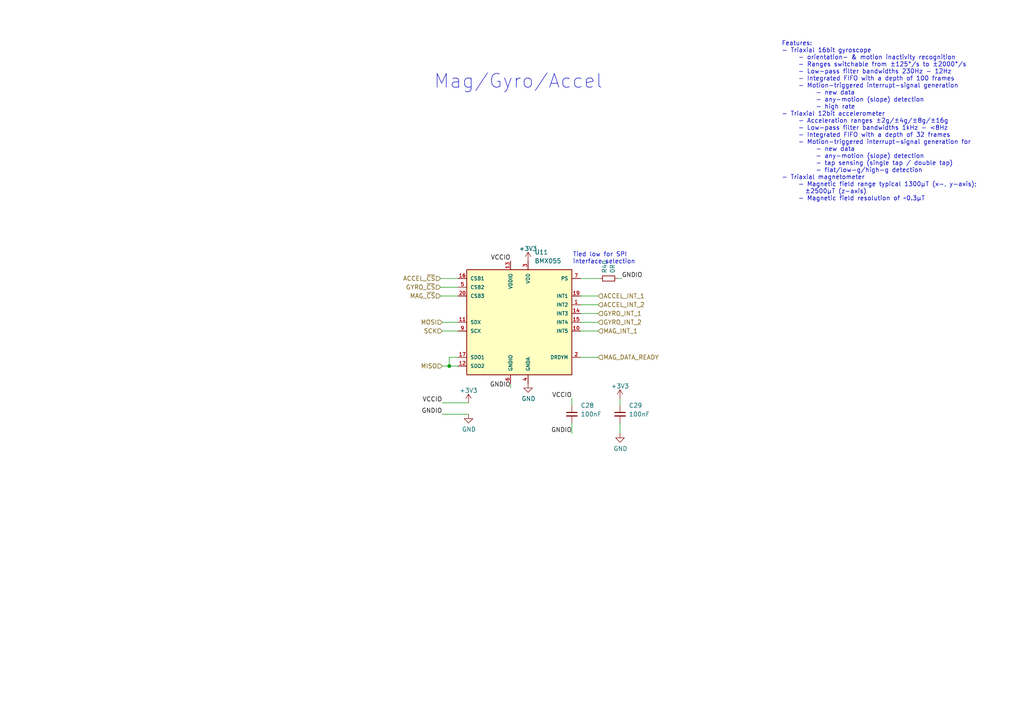
<source format=kicad_sch>
(kicad_sch (version 20211123) (generator eeschema)
  (paper "A4")
  (lib_symbols
    (symbol "BMX055:BMX055" (pin_names (offset 1.016))
      (property "Reference" "U" (at -15.24 17.78 0))
      (property "Value" "BMX055" (at -15.2654 -17.8054 0))
      (symbol "BMX055_0_0"
        (rectangle (start -15.24 -15.24) (end 15.24 15.24) (stroke (width 0.254)) (fill (type background)))
        (pin bidirectional line (at 17.78 5.08 180) (length 2.54) (name "INT2") (number "1"))
        (pin bidirectional line (at 17.78 -2.54 180) (length 2.54) (name "INT5") (number "10"))
        (pin bidirectional line (at -17.78 0 0) (length 2.54) (name "SDX") (number "11"))
        (pin bidirectional line (at -17.78 -12.7 0) (length 2.54) (name "SDO2") (number "12"))
        (pin bidirectional line (at -2.54 17.78 270) (length 2.54) (name "VDDIO") (number "13"))
        (pin bidirectional line (at 17.78 2.54 180) (length 2.54) (name "INT3") (number "14"))
        (pin bidirectional line (at 17.78 0 180) (length 2.54) (name "INT4") (number "15"))
        (pin bidirectional line (at -17.78 12.7 0) (length 2.54) (name "CSB1") (number "16"))
        (pin bidirectional line (at -17.78 -10.16 0) (length 2.54) (name "SDO1") (number "17"))
        (pin bidirectional line (at 17.78 7.62 180) (length 2.54) (name "INT1") (number "19"))
        (pin bidirectional line (at 17.78 -10.16 180) (length 2.54) (name "DRDYM") (number "2"))
        (pin bidirectional line (at -17.78 7.62 0) (length 2.54) (name "CSB3") (number "20"))
        (pin bidirectional line (at 2.54 17.78 270) (length 2.54) (name "VDD") (number "3"))
        (pin bidirectional line (at 2.54 -17.78 90) (length 2.54) (name "GNDA") (number "4"))
        (pin bidirectional line (at -17.78 10.16 0) (length 2.54) (name "CSB2") (number "5"))
        (pin bidirectional line (at -2.54 -17.78 90) (length 2.54) (name "GNDIO") (number "6"))
        (pin bidirectional line (at 17.78 12.7 180) (length 2.54) (name "PS") (number "7"))
        (pin bidirectional line (at -17.78 -2.54 0) (length 2.54) (name "SCX") (number "9"))
      )
    )
    (symbol "Device:C_Small" (pin_numbers hide) (pin_names (offset 0.254) hide)
      (property "Reference" "C" (at 0.254 1.778 0))
      (property "Value" "C_Small" (at 0.254 -2.032 0))
      (symbol "C_Small_0_1"
        (polyline (pts (xy -1.524 -0.508) (xy 1.524 -0.508)) (stroke (width 0.3302)))
        (polyline (pts (xy -1.524 0.508) (xy 1.524 0.508)) (stroke (width 0.3048)))
      )
      (symbol "C_Small_1_1"
        (pin passive line (at 0 2.54 270) (length 2.032) (name "~") (number "1"))
        (pin passive line (at 0 -2.54 90) (length 2.032) (name "~") (number "2"))
      )
    )
    (symbol "Device:R_Small" (pin_numbers hide) (pin_names (offset 0.254) hide)
      (property "Reference" "R" (at 0.762 0.508 0))
      (property "Value" "R_Small" (at 0.762 -1.016 0))
      (symbol "R_Small_0_1"
        (rectangle (start -0.762 1.778) (end 0.762 -1.778) (stroke (width 0.2032)))
      )
      (symbol "R_Small_1_1"
        (pin passive line (at 0 2.54 270) (length 0.762) (name "~") (number "1"))
        (pin passive line (at 0 -2.54 90) (length 0.762) (name "~") (number "2"))
      )
    )
    (symbol "power:+3.3V" (power) (pin_names (offset 0))
      (property "Value" "+3.3V" (at 0 3.556 0))
      (symbol "+3.3V_0_1"
        (polyline (pts (xy -0.762 1.27) (xy 0 2.54)))
        (polyline (pts (xy 0 0) (xy 0 2.54)))
        (polyline (pts (xy 0 2.54) (xy 0.762 1.27)))
      )
      (symbol "+3.3V_1_1"
        (pin power_in line (at 0 0 90) (length 0) hide (name "+3V3") (number "1"))
      )
    )
    (symbol "power:GND" (power) (pin_names (offset 0))
      (property "Value" "GND" (at 0 -3.81 0))
      (symbol "GND_0_1"
        (polyline (pts (xy 0 0) (xy 0 -1.27) (xy 1.27 -1.27) (xy 0 -2.54) (xy -1.27 -1.27) (xy 0 -1.27)))
      )
      (symbol "GND_1_1"
        (pin power_in line (at 0 0 270) (length 0) hide (name "GND") (number "1"))
      )
    )
  )
  (junction (at 130.302 106.172))
  (wire (pts (xy 127.762 80.772) (xy 132.842 80.772)))
  (wire (pts (xy 168.402 96.012) (xy 173.482 96.012)))
  (wire (pts (xy 130.302 103.632) (xy 130.302 106.172)))
  (wire (pts (xy 127.762 83.312) (xy 132.842 83.312)))
  (wire (pts (xy 179.832 122.682) (xy 179.832 125.73)))
  (wire (pts (xy 179.832 115.57) (xy 179.832 117.602)))
  (wire (pts (xy 168.402 93.472) (xy 173.482 93.472)))
  (wire (pts (xy 165.862 122.682) (xy 165.862 125.73)))
  (wire (pts (xy 168.402 90.932) (xy 173.482 90.932)))
  (wire (pts (xy 128.27 106.172) (xy 130.302 106.172)))
  (wire (pts (xy 148.082 111.252) (xy 148.082 112.522)))
  (wire (pts (xy 179.07 80.772) (xy 180.34 80.772)))
  (wire (pts (xy 130.302 106.172) (xy 132.842 106.172)))
  (wire (pts (xy 128.27 120.142) (xy 135.89 120.142)))
  (wire (pts (xy 128.27 96.012) (xy 132.842 96.012)))
  (wire (pts (xy 168.402 85.852) (xy 173.482 85.852)))
  (wire (pts (xy 127.762 85.852) (xy 132.842 85.852)))
  (wire (pts (xy 165.862 115.57) (xy 165.862 117.602)))
  (wire (pts (xy 168.402 80.772) (xy 173.99 80.772)))
  (wire (pts (xy 128.27 116.84) (xy 135.89 116.84)))
  (wire (pts (xy 168.402 103.632) (xy 173.482 103.632)))
  (wire (pts (xy 168.402 88.392) (xy 173.482 88.392)))
  (wire (pts (xy 128.27 93.472) (xy 132.842 93.472)))
  (wire (pts (xy 132.842 103.632) (xy 130.302 103.632)))
  (text "Mag/Gyro/Accel" (at 125.73 26.035 0) (effects (font (size 3.9878 3.9878)) (justify left bottom)))
  (text "Tied low for SPI\ninterface selection" (at 166.116 76.708 0) (effects (font (size 1.27 1.27)) (justify left bottom)))
  (text "Features:\n- Triaxial 16bit gyroscope\n	- orientation- & motion inactivity recognition\n	- Ranges switchable from ±125°/s to ±2000°/s\n	- Low-pass filter bandwidths 230Hz - 12Hz\n	- Integrated FIFO with a depth of 100 frames\n	- Motion-triggered interrupt-signal generation\n		- new data\n		- any-motion (slope) detection\n		- high rate\n- Triaxial 12bit accelerometer\n	- Acceleration ranges ±2g/±4g/±8g/±16g\n	- Low-pass filter bandwidths 1kHz - <8Hz\n	- Integrated FIFO with a depth of 32 frames\n	- Motion-triggered interrupt-signal generation for\n		- new data\n		- any-motion (slope) detection\n		- tap sensing (single tap / double tap)\n		- flat/low-g/high-g detection\n- Triaxial magnetometer\n	- Magnetic field range typical 1300µT (x-, y-axis);\n	  ±2500µT (z-axis)\n	- Magnetic field resolution of ~0.3µT" (at 226.695 58.42 0) (effects (font (size 1.27 1.27)) (justify left bottom)))
  (label "GNDIO" (at 148.082 112.522 180))
  (label "VCCIO" (at 165.862 115.57 180))
  (label "GNDIO" (at 128.27 120.142 180))
  (label "GNDIO" (at 180.34 80.772 0))
  (label "GNDIO" (at 165.862 125.73 180))
  (label "VCCIO" (at 148.082 75.692 180))
  (label "VCCIO" (at 128.27 116.84 180))
  (hierarchical_label "GYRO_~{CS}" (shape input) (at 127.762 83.312 180))
  (hierarchical_label "MISO" (shape input) (at 128.27 106.172 180))
  (hierarchical_label "SCK" (shape input) (at 128.27 96.012 180))
  (hierarchical_label "ACCEL_INT_1" (shape input) (at 173.482 85.852 0))
  (hierarchical_label "MAG_~{CS}" (shape input) (at 127.762 85.852 180))
  (hierarchical_label "ACCEL_~{CS}" (shape input) (at 127.762 80.772 180))
  (hierarchical_label "MAG_DATA_READY" (shape input) (at 173.482 103.632 0))
  (hierarchical_label "ACCEL_INT_2" (shape input) (at 173.482 88.392 0))
  (hierarchical_label "GYRO_INT_2" (shape input) (at 173.482 93.472 0))
  (hierarchical_label "MOSI" (shape input) (at 128.27 93.472 180))
  (hierarchical_label "GYRO_INT_1" (shape input) (at 173.482 90.932 0))
  (hierarchical_label "MAG_INT_1" (shape input) (at 173.482 96.012 0))
  (symbol (lib_id "power:+3.3V") (at 153.162 75.692 0) (unit 1)
    (property "Reference" "#PWR0172" (effects hide))
    (property "Value" "+3.3V" (at 153.162 72.1162 0))
  )
  (symbol (lib_id "power:GND") (at 179.832 125.73 0) (unit 1)
    (property "Reference" "#PWR0176" (effects hide))
    (property "Value" "GND" (at 179.959 130.1242 0))
  )
  (symbol (lib_id "Device:R_Small") (at 176.53 80.772 90) (unit 1)
    (property "Reference" "R40" (at 175.3616 79.2734 0) (effects (justify left)))
    (property "Value" "0R" (at 177.673 79.2734 0) (effects (justify left)))
    (property "Footprint" "Resistor_SMD:R_0603_1608Metric" (effects hide))
  )
  (symbol (lib_id "BMX055:BMX055") (at 150.622 93.472 0) (unit 1)
    (property "Reference" "U11" (at 155.0417 73.152 0) (effects (justify left)))
    (property "Value" "BMX055" (at 155.0417 75.692 0) (effects (justify left)))
    (property "Footprint" "Footprints:BMX055" (effects hide))
    (property "Datasheet" "https://datasheet.lcsc.com/lcsc/1811071031_Bosch-Sensortec-BMX055_C94022.pdf" (effects hide))
  )
  (symbol (lib_id "power:GND") (at 135.89 120.142 0) (unit 1)
    (property "Reference" "#PWR0174" (effects hide))
    (property "Value" "GND" (at 136.017 124.5362 0))
  )
  (symbol (lib_id "Device:C_Small") (at 165.862 120.142 0) (unit 1)
    (property "Reference" "C28" (at 168.402 117.602 0) (effects (justify left)))
    (property "Value" "100nF" (at 168.402 120.142 0) (effects (justify left)))
    (property "Footprint" "Capacitor_SMD:C_0603_1608Metric" (effects hide))
  )
  (symbol (lib_id "Device:C_Small") (at 179.832 120.142 0) (unit 1)
    (property "Reference" "C29" (at 182.372 117.602 0) (effects (justify left)))
    (property "Value" "100nF" (at 182.372 120.142 0) (effects (justify left)))
    (property "Footprint" "Capacitor_SMD:C_0603_1608Metric" (effects hide))
  )
  (symbol (lib_id "power:GND") (at 153.162 111.252 0) (unit 1)
    (property "Reference" "#PWR0173" (effects hide))
    (property "Value" "GND" (at 153.289 115.6462 0))
  )
  (symbol (lib_id "power:+3.3V") (at 179.832 115.57 0) (unit 1)
    (property "Reference" "#PWR0177" (effects hide))
    (property "Value" "+3.3V" (at 179.832 111.9942 0))
  )
  (symbol (lib_id "power:+3.3V") (at 135.89 116.84 0) (unit 1)
    (property "Reference" "#PWR0175" (effects hide))
    (property "Value" "+3.3V" (at 135.89 113.2642 0))
  )
)
</source>
